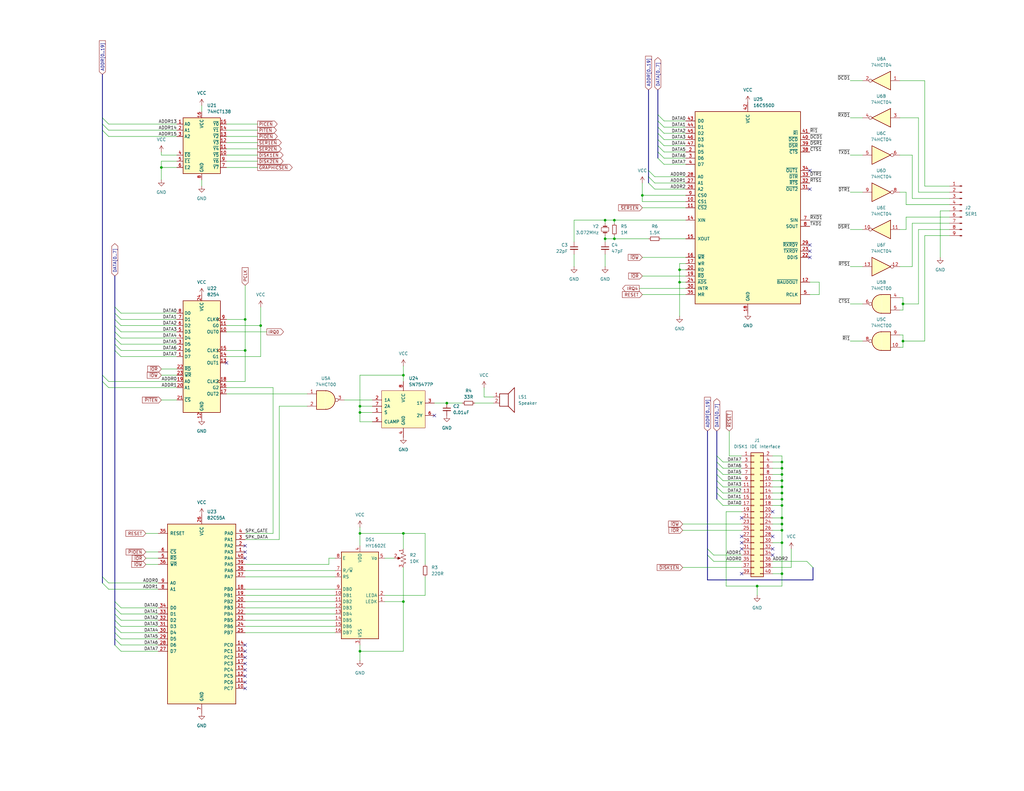
<source format=kicad_sch>
(kicad_sch (version 20231120) (generator "eeschema") (generator_version "8.0")
  (paper "User" 419.1 323.85)
  (title_block (title "8088 Breadboard Computer") (date "2024-11-13") (rev "A") (company "St. Lawrence University") (comment 1 "Author: Kevin Angstadt"))
  (junction (at 320.04 212.09))
  (junction (at 320.04 207.01))
  (junction (at 320.04 201.93))
  (junction (at 320.04 222.25))
  (junction (at 182.88 165.1))
  (junction (at 100.33 130.81))
  (junction (at 320.04 234.95))
  (junction (at 320.04 189.23))
  (junction (at 147.32 218.44))
  (junction (at 165.1 153.67))
  (junction (at 165.1 246.38))
  (junction (at 278.13 115.57))
  (junction (at 66.04 68.58))
  (junction (at 147.32 266.7))
  (junction (at 320.04 214.63))
  (junction (at 247.65 97.79))
  (junction (at 320.04 217.17))
  (junction (at 369.57 124.46))
  (junction (at 309.88 240.03))
  (junction (at 165.1 218.44))
  (junction (at 320.04 191.77))
  (junction (at 147.32 166.37))
  (junction (at 369.57 139.7))
  (junction (at 251.46 97.79))
  (junction (at 320.04 194.31))
  (junction (at 247.65 90.17))
  (junction (at 320.04 196.85))
  (junction (at 320.04 199.39))
  (junction (at 278.13 110.49))
  (junction (at 100.33 143.51))
  (junction (at 262.89 80.01))
  (junction (at 147.32 168.91))
  (junction (at 106.68 133.35))
  (junction (at 251.46 90.17))
  (junction (at 320.04 204.47))
  (no_connect (at 100.33 271.78))
  (no_connect (at 177.8 170.18))
  (no_connect (at 303.53 212.09))
  (no_connect (at 100.33 264.16))
  (no_connect (at 100.33 223.52))
  (no_connect (at 92.71 148.59))
  (no_connect (at 100.33 269.24))
  (no_connect (at 316.23 227.33))
  (no_connect (at 331.47 105.41))
  (no_connect (at 316.23 219.71))
  (no_connect (at 100.33 226.06))
  (no_connect (at 100.33 279.4))
  (no_connect (at 303.53 224.79))
  (no_connect (at 331.47 102.87))
  (no_connect (at 303.53 222.25))
  (no_connect (at 100.33 274.32))
  (no_connect (at 303.53 234.95))
  (no_connect (at 303.53 219.71))
  (no_connect (at 100.33 266.7))
  (no_connect (at 331.47 77.47))
  (no_connect (at 100.33 276.86))
  (no_connect (at 100.33 281.94))
  (no_connect (at 331.47 69.85))
  (no_connect (at 331.47 100.33))
  (no_connect (at 316.23 224.79))
  (no_connect (at 100.33 228.6))
  (no_connect (at 316.23 209.55))
  (bus_entry (at 41.91 50.8) (size 2.54 2.54))
  (bus_entry (at 46.99 128.27) (size 2.54 2.54))
  (bus_entry (at 289.56 224.79) (size 2.54 2.54))
  (bus_entry (at 41.91 153.67) (size 2.54 2.54))
  (bus_entry (at 46.99 264.16) (size 2.54 2.54))
  (bus_entry (at 293.37 201.93) (size 2.54 2.54))
  (bus_entry (at 269.24 52.07) (size 2.54 2.54))
  (bus_entry (at 46.99 130.81) (size 2.54 2.54))
  (bus_entry (at 293.37 204.47) (size 2.54 2.54))
  (bus_entry (at 269.24 54.61) (size 2.54 2.54))
  (bus_entry (at 269.24 46.99) (size 2.54 2.54))
  (bus_entry (at 293.37 199.39) (size 2.54 2.54))
  (bus_entry (at 41.91 53.34) (size 2.54 2.54))
  (bus_entry (at 41.91 238.76) (size 2.54 2.54))
  (bus_entry (at 41.91 48.26) (size 2.54 2.54))
  (bus_entry (at 46.99 254) (size 2.54 2.54))
  (bus_entry (at 269.24 64.77) (size 2.54 2.54))
  (bus_entry (at 293.37 186.69) (size 2.54 2.54))
  (bus_entry (at 46.99 140.97) (size 2.54 2.54))
  (bus_entry (at 46.99 133.35) (size 2.54 2.54))
  (bus_entry (at 269.24 57.15) (size 2.54 2.54))
  (bus_entry (at 293.37 191.77) (size 2.54 2.54))
  (bus_entry (at 41.91 156.21) (size 2.54 2.54))
  (bus_entry (at 46.99 246.38) (size 2.54 2.54))
  (bus_entry (at 293.37 194.31) (size 2.54 2.54))
  (bus_entry (at 46.99 143.51) (size 2.54 2.54))
  (bus_entry (at 265.43 74.93) (size 2.54 2.54))
  (bus_entry (at 46.99 261.62) (size 2.54 2.54))
  (bus_entry (at 46.99 135.89) (size 2.54 2.54))
  (bus_entry (at 46.99 256.54) (size 2.54 2.54))
  (bus_entry (at 46.99 259.08) (size 2.54 2.54))
  (bus_entry (at 46.99 251.46) (size 2.54 2.54))
  (bus_entry (at 330.2 229.87) (size 2.54 2.54))
  (bus_entry (at 269.24 59.69) (size 2.54 2.54))
  (bus_entry (at 265.43 72.39) (size 2.54 2.54))
  (bus_entry (at 46.99 248.92) (size 2.54 2.54))
  (bus_entry (at 293.37 189.23) (size 2.54 2.54))
  (bus_entry (at 46.99 125.73) (size 2.54 2.54))
  (bus_entry (at 289.56 227.33) (size 2.54 2.54))
  (bus_entry (at 41.91 236.22) (size 2.54 2.54))
  (bus_entry (at 265.43 69.85) (size 2.54 2.54))
  (bus_entry (at 293.37 196.85) (size 2.54 2.54))
  (bus_entry (at 46.99 138.43) (size 2.54 2.54))
  (bus_entry (at 269.24 62.23) (size 2.54 2.54))
  (bus_entry (at 269.24 49.53) (size 2.54 2.54))
  (wire (pts (xy 59.69 228.6) (xy 64.77 228.6)))
  (wire (pts (xy 49.53 146.05) (xy 72.39 146.05)))
  (wire (pts (xy 49.53 143.51) (xy 72.39 143.51)))
  (bus (pts (xy 269.24 59.69) (xy 269.24 62.23)))
  (wire (pts (xy 375.92 48.26) (xy 368.3 48.26)))
  (wire (pts (xy 369.57 127) (xy 369.57 124.46)))
  (bus (pts (xy 293.37 199.39) (xy 293.37 201.93)))
  (wire (pts (xy 271.78 67.31) (xy 280.67 67.31)))
  (wire (pts (xy 173.99 243.84) (xy 157.48 243.84)))
  (wire (pts (xy 44.45 55.88) (xy 72.39 55.88)))
  (wire (pts (xy 82.55 73.66) (xy 82.55 76.2)))
  (wire (pts (xy 278.13 107.95) (xy 280.67 107.95)))
  (wire (pts (xy 49.53 266.7) (xy 64.77 266.7)))
  (wire (pts (xy 316.23 204.47) (xy 320.04 204.47)))
  (bus (pts (xy 46.99 143.51) (xy 46.99 246.38)))
  (wire (pts (xy 92.71 55.88) (xy 105.41 55.88)))
  (wire (pts (xy 320.04 214.63) (xy 320.04 212.09)))
  (wire (pts (xy 262.89 82.55) (xy 262.89 80.01)))
  (wire (pts (xy 49.53 251.46) (xy 64.77 251.46)))
  (wire (pts (xy 265.43 97.79) (xy 251.46 97.79)))
  (wire (pts (xy 347.98 109.22) (xy 353.06 109.22)))
  (wire (pts (xy 100.33 236.22) (xy 137.16 236.22)))
  (wire (pts (xy 49.53 256.54) (xy 64.77 256.54)))
  (wire (pts (xy 347.98 63.5) (xy 353.06 63.5)))
  (wire (pts (xy 100.33 248.92) (xy 137.16 248.92)))
  (wire (pts (xy 66.04 63.5) (xy 72.39 63.5)))
  (wire (pts (xy 278.13 115.57) (xy 280.67 115.57)))
  (wire (pts (xy 100.33 233.68) (xy 137.16 233.68)))
  (bus (pts (xy 293.37 176.53) (xy 293.37 186.69)))
  (wire (pts (xy 49.53 135.89) (xy 72.39 135.89)))
  (wire (pts (xy 320.04 201.93) (xy 320.04 204.47)))
  (wire (pts (xy 49.53 259.08) (xy 64.77 259.08)))
  (wire (pts (xy 100.33 251.46) (xy 137.16 251.46)))
  (bus (pts (xy 269.24 57.15) (xy 269.24 59.69)))
  (bus (pts (xy 269.24 62.23) (xy 269.24 64.77)))
  (wire (pts (xy 375.92 93.98) (xy 388.62 93.98)))
  (wire (pts (xy 234.95 99.06) (xy 234.95 90.17)))
  (wire (pts (xy 278.13 110.49) (xy 280.67 110.49)))
  (wire (pts (xy 295.91 196.85) (xy 303.53 196.85)))
  (wire (pts (xy 347.98 78.74) (xy 353.06 78.74)))
  (wire (pts (xy 297.18 209.55) (xy 297.18 240.03)))
  (wire (pts (xy 316.23 196.85) (xy 320.04 196.85)))
  (wire (pts (xy 347.98 124.46) (xy 353.06 124.46)))
  (wire (pts (xy 320.04 234.95) (xy 320.04 240.03)))
  (wire (pts (xy 368.3 63.5) (xy 373.38 63.5)))
  (wire (pts (xy 373.38 63.5) (xy 373.38 81.28)))
  (bus (pts (xy 46.99 113.03) (xy 46.99 125.73)))
  (wire (pts (xy 320.04 189.23) (xy 320.04 191.77)))
  (wire (pts (xy 320.04 194.31) (xy 320.04 196.85)))
  (wire (pts (xy 320.04 191.77) (xy 320.04 194.31)))
  (wire (pts (xy 378.46 139.7) (xy 378.46 96.52)))
  (wire (pts (xy 292.1 229.87) (xy 303.53 229.87)))
  (wire (pts (xy 92.71 60.96) (xy 105.41 60.96)))
  (wire (pts (xy 378.46 33.02) (xy 378.46 76.2)))
  (wire (pts (xy 316.23 201.93) (xy 320.04 201.93)))
  (wire (pts (xy 173.99 236.22) (xy 173.99 243.84)))
  (bus (pts (xy 46.99 135.89) (xy 46.99 138.43)))
  (wire (pts (xy 182.88 165.1) (xy 189.23 165.1)))
  (bus (pts (xy 46.99 246.38) (xy 46.99 248.92)))
  (wire (pts (xy 49.53 261.62) (xy 64.77 261.62)))
  (wire (pts (xy 44.45 158.75) (xy 72.39 158.75)))
  (wire (pts (xy 44.45 50.8) (xy 72.39 50.8)))
  (bus (pts (xy 332.74 232.41) (xy 332.74 237.49)))
  (wire (pts (xy 247.65 104.14) (xy 247.65 109.22)))
  (wire (pts (xy 335.28 120.65) (xy 331.47 120.65)))
  (wire (pts (xy 388.62 91.44) (xy 373.38 91.44)))
  (bus (pts (xy 265.43 72.39) (xy 265.43 74.93)))
  (bus (pts (xy 46.99 130.81) (xy 46.99 133.35)))
  (wire (pts (xy 295.91 194.31) (xy 303.53 194.31)))
  (wire (pts (xy 278.13 129.54) (xy 278.13 115.57)))
  (wire (pts (xy 298.45 186.69) (xy 303.53 186.69)))
  (wire (pts (xy 316.23 234.95) (xy 320.04 234.95)))
  (wire (pts (xy 114.3 166.37) (xy 114.3 220.98)))
  (wire (pts (xy 251.46 97.79) (xy 247.65 97.79)))
  (bus (pts (xy 289.56 227.33) (xy 289.56 237.49)))
  (wire (pts (xy 247.65 97.79) (xy 247.65 96.52)))
  (wire (pts (xy 295.91 189.23) (xy 303.53 189.23)))
  (wire (pts (xy 262.89 74.93) (xy 262.89 80.01)))
  (wire (pts (xy 316.23 207.01) (xy 320.04 207.01)))
  (bus (pts (xy 41.91 48.26) (xy 41.91 50.8)))
  (wire (pts (xy 165.1 153.67) (xy 165.1 156.21)))
  (bus (pts (xy 46.99 125.73) (xy 46.99 128.27)))
  (bus (pts (xy 269.24 36.83) (xy 269.24 46.99)))
  (wire (pts (xy 157.48 228.6) (xy 161.29 228.6)))
  (wire (pts (xy 320.04 222.25) (xy 320.04 234.95)))
  (wire (pts (xy 262.89 113.03) (xy 280.67 113.03)))
  (wire (pts (xy 323.85 232.41) (xy 316.23 232.41)))
  (bus (pts (xy 41.91 50.8) (xy 41.91 53.34)))
  (wire (pts (xy 247.65 90.17) (xy 251.46 90.17)))
  (wire (pts (xy 316.23 217.17) (xy 320.04 217.17)))
  (wire (pts (xy 165.1 224.79) (xy 165.1 218.44)))
  (wire (pts (xy 373.38 91.44) (xy 373.38 109.22)))
  (wire (pts (xy 280.67 82.55) (xy 262.89 82.55)))
  (wire (pts (xy 234.95 90.17) (xy 247.65 90.17)))
  (wire (pts (xy 147.32 153.67) (xy 165.1 153.67)))
  (wire (pts (xy 147.32 266.7) (xy 147.32 264.16)))
  (wire (pts (xy 100.33 259.08) (xy 137.16 259.08)))
  (wire (pts (xy 309.88 240.03) (xy 320.04 240.03)))
  (wire (pts (xy 368.3 142.24) (xy 369.57 142.24)))
  (wire (pts (xy 140.97 163.83) (xy 152.4 163.83)))
  (wire (pts (xy 44.45 241.3) (xy 64.77 241.3)))
  (bus (pts (xy 46.99 254) (xy 46.99 256.54)))
  (bus (pts (xy 265.43 69.85) (xy 265.43 72.39)))
  (wire (pts (xy 303.53 209.55) (xy 297.18 209.55)))
  (wire (pts (xy 59.69 226.06) (xy 64.77 226.06)))
  (wire (pts (xy 378.46 76.2) (xy 388.62 76.2)))
  (wire (pts (xy 375.92 124.46) (xy 369.57 124.46)))
  (wire (pts (xy 262.89 85.09) (xy 280.67 85.09)))
  (wire (pts (xy 278.13 115.57) (xy 278.13 110.49)))
  (wire (pts (xy 369.57 142.24) (xy 369.57 139.7)))
  (wire (pts (xy 147.32 168.91) (xy 147.32 172.72)))
  (bus (pts (xy 41.91 30.48) (xy 41.91 48.26)))
  (wire (pts (xy 92.71 161.29) (xy 125.73 161.29)))
  (wire (pts (xy 114.3 220.98) (xy 100.33 220.98)))
  (wire (pts (xy 66.04 151.13) (xy 72.39 151.13)))
  (bus (pts (xy 46.99 248.92) (xy 46.99 251.46)))
  (wire (pts (xy 368.3 121.92) (xy 369.57 121.92)))
  (wire (pts (xy 59.69 218.44) (xy 64.77 218.44)))
  (wire (pts (xy 279.4 214.63) (xy 303.53 214.63)))
  (bus (pts (xy 46.99 259.08) (xy 46.99 261.62)))
  (wire (pts (xy 316.23 199.39) (xy 320.04 199.39)))
  (wire (pts (xy 100.33 256.54) (xy 137.16 256.54)))
  (wire (pts (xy 295.91 204.47) (xy 303.53 204.47)))
  (wire (pts (xy 279.4 232.41) (xy 303.53 232.41)))
  (wire (pts (xy 388.62 78.74) (xy 375.92 78.74)))
  (wire (pts (xy 347.98 33.02) (xy 353.06 33.02)))
  (bus (pts (xy 46.99 251.46) (xy 46.99 254)))
  (wire (pts (xy 320.04 212.09) (xy 316.23 212.09)))
  (wire (pts (xy 49.53 130.81) (xy 72.39 130.81)))
  (bus (pts (xy 289.56 224.79) (xy 289.56 227.33)))
  (bus (pts (xy 41.91 236.22) (xy 41.91 238.76)))
  (bus (pts (xy 293.37 194.31) (xy 293.37 196.85)))
  (bus (pts (xy 269.24 49.53) (xy 269.24 52.07)))
  (wire (pts (xy 49.53 254) (xy 64.77 254)))
  (wire (pts (xy 373.38 81.28) (xy 388.62 81.28)))
  (wire (pts (xy 106.68 133.35) (xy 92.71 133.35)))
  (wire (pts (xy 320.04 186.69) (xy 320.04 189.23)))
  (wire (pts (xy 92.71 135.89) (xy 109.22 135.89)))
  (wire (pts (xy 251.46 90.17) (xy 251.46 91.44)))
  (wire (pts (xy 335.28 115.57) (xy 335.28 120.65)))
  (wire (pts (xy 279.4 217.17) (xy 303.53 217.17)))
  (bus (pts (xy 41.91 153.67) (xy 41.91 156.21)))
  (wire (pts (xy 271.78 59.69) (xy 280.67 59.69)))
  (wire (pts (xy 267.97 74.93) (xy 280.67 74.93)))
  (wire (pts (xy 111.76 218.44) (xy 111.76 158.75)))
  (wire (pts (xy 106.68 133.35) (xy 106.68 146.05)))
  (bus (pts (xy 41.91 156.21) (xy 41.91 236.22)))
  (bus (pts (xy 289.56 237.49) (xy 332.74 237.49)))
  (wire (pts (xy 370.84 93.98) (xy 368.3 93.98)))
  (wire (pts (xy 320.04 204.47) (xy 320.04 207.01)))
  (bus (pts (xy 293.37 191.77) (xy 293.37 194.31)))
  (wire (pts (xy 92.71 53.34) (xy 105.41 53.34)))
  (wire (pts (xy 347.98 48.26) (xy 353.06 48.26)))
  (bus (pts (xy 293.37 201.93) (xy 293.37 204.47)))
  (wire (pts (xy 375.92 124.46) (xy 375.92 93.98)))
  (wire (pts (xy 111.76 158.75) (xy 92.71 158.75)))
  (wire (pts (xy 316.23 186.69) (xy 320.04 186.69)))
  (wire (pts (xy 92.71 63.5) (xy 105.41 63.5)))
  (wire (pts (xy 92.71 143.51) (xy 100.33 143.51)))
  (wire (pts (xy 316.23 229.87) (xy 330.2 229.87)))
  (wire (pts (xy 295.91 207.01) (xy 303.53 207.01)))
  (wire (pts (xy 92.71 58.42) (xy 105.41 58.42)))
  (wire (pts (xy 100.33 116.84) (xy 100.33 130.81)))
  (wire (pts (xy 165.1 266.7) (xy 147.32 266.7)))
  (wire (pts (xy 194.31 165.1) (xy 201.93 165.1)))
  (wire (pts (xy 92.71 146.05) (xy 106.68 146.05)))
  (bus (pts (xy 269.24 52.07) (xy 269.24 54.61)))
  (wire (pts (xy 234.95 104.14) (xy 234.95 109.22)))
  (wire (pts (xy 165.1 149.86) (xy 165.1 153.67)))
  (wire (pts (xy 316.23 191.77) (xy 320.04 191.77)))
  (wire (pts (xy 152.4 166.37) (xy 147.32 166.37)))
  (wire (pts (xy 251.46 96.52) (xy 251.46 97.79)))
  (wire (pts (xy 375.92 78.74) (xy 375.92 48.26)))
  (bus (pts (xy 46.99 128.27) (xy 46.99 130.81)))
  (wire (pts (xy 320.04 196.85) (xy 320.04 199.39)))
  (bus (pts (xy 293.37 196.85) (xy 293.37 199.39)))
  (wire (pts (xy 147.32 166.37) (xy 147.32 168.91)))
  (wire (pts (xy 147.32 153.67) (xy 147.32 166.37)))
  (wire (pts (xy 198.12 162.56) (xy 198.12 158.75)))
  (wire (pts (xy 271.78 64.77) (xy 280.67 64.77)))
  (bus (pts (xy 265.43 36.83) (xy 265.43 69.85)))
  (wire (pts (xy 316.23 214.63) (xy 320.04 214.63)))
  (wire (pts (xy 100.33 143.51) (xy 100.33 130.81)))
  (wire (pts (xy 44.45 53.34) (xy 72.39 53.34)))
  (wire (pts (xy 59.69 231.14) (xy 64.77 231.14)))
  (bus (pts (xy 269.24 46.99) (xy 269.24 49.53)))
  (wire (pts (xy 66.04 153.67) (xy 72.39 153.67)))
  (wire (pts (xy 134.62 228.6) (xy 134.62 231.14)))
  (wire (pts (xy 137.16 228.6) (xy 134.62 228.6)))
  (wire (pts (xy 369.57 121.92) (xy 369.57 124.46)))
  (wire (pts (xy 297.18 240.03) (xy 309.88 240.03)))
  (wire (pts (xy 49.53 140.97) (xy 72.39 140.97)))
  (wire (pts (xy 320.04 217.17) (xy 320.04 214.63)))
  (wire (pts (xy 49.53 133.35) (xy 72.39 133.35)))
  (wire (pts (xy 271.78 57.15) (xy 280.67 57.15)))
  (wire (pts (xy 384.81 86.36) (xy 384.81 105.41)))
  (wire (pts (xy 368.3 137.16) (xy 369.57 137.16)))
  (wire (pts (xy 292.1 227.33) (xy 303.53 227.33)))
  (wire (pts (xy 165.1 246.38) (xy 165.1 266.7)))
  (wire (pts (xy 49.53 248.92) (xy 64.77 248.92)))
  (wire (pts (xy 49.53 264.16) (xy 64.77 264.16)))
  (wire (pts (xy 152.4 172.72) (xy 147.32 172.72)))
  (wire (pts (xy 100.33 241.3) (xy 137.16 241.3)))
  (wire (pts (xy 49.53 138.43) (xy 72.39 138.43)))
  (wire (pts (xy 368.3 33.02) (xy 378.46 33.02)))
  (wire (pts (xy 298.45 176.53) (xy 298.45 186.69)))
  (bus (pts (xy 46.99 140.97) (xy 46.99 143.51)))
  (wire (pts (xy 347.98 93.98) (xy 353.06 93.98)))
  (wire (pts (xy 316.23 189.23) (xy 320.04 189.23)))
  (wire (pts (xy 173.99 218.44) (xy 173.99 231.14)))
  (wire (pts (xy 66.04 163.83) (xy 72.39 163.83)))
  (wire (pts (xy 100.33 130.81) (xy 92.71 130.81)))
  (wire (pts (xy 323.85 224.79) (xy 323.85 232.41)))
  (wire (pts (xy 106.68 125.73) (xy 106.68 133.35)))
  (bus (pts (xy 289.56 176.53) (xy 289.56 224.79)))
  (wire (pts (xy 262.89 105.41) (xy 280.67 105.41)))
  (wire (pts (xy 262.89 80.01) (xy 280.67 80.01)))
  (wire (pts (xy 114.3 166.37) (xy 125.73 166.37)))
  (wire (pts (xy 368.3 109.22) (xy 373.38 109.22)))
  (wire (pts (xy 278.13 110.49) (xy 278.13 107.95)))
  (bus (pts (xy 46.99 261.62) (xy 46.99 264.16)))
  (wire (pts (xy 66.04 66.04) (xy 72.39 66.04)))
  (wire (pts (xy 280.67 90.17) (xy 251.46 90.17)))
  (wire (pts (xy 157.48 246.38) (xy 165.1 246.38)))
  (wire (pts (xy 370.84 88.9) (xy 370.84 93.98)))
  (wire (pts (xy 177.8 165.1) (xy 182.88 165.1)))
  (wire (pts (xy 261.62 118.11) (xy 280.67 118.11)))
  (wire (pts (xy 267.97 77.47) (xy 280.67 77.47)))
  (wire (pts (xy 378.46 96.52) (xy 388.62 96.52)))
  (wire (pts (xy 271.78 54.61) (xy 280.67 54.61)))
  (wire (pts (xy 201.93 162.56) (xy 198.12 162.56)))
  (bus (pts (xy 46.99 133.35) (xy 46.99 135.89)))
  (wire (pts (xy 66.04 63.5) (xy 66.04 62.23)))
  (bus (pts (xy 46.99 256.54) (xy 46.99 259.08)))
  (wire (pts (xy 347.98 139.7) (xy 353.06 139.7)))
  (wire (pts (xy 262.89 120.65) (xy 280.67 120.65)))
  (wire (pts (xy 320.04 199.39) (xy 320.04 201.93)))
  (wire (pts (xy 368.3 78.74) (xy 370.84 78.74)))
  (wire (pts (xy 92.71 68.58) (xy 105.41 68.58)))
  (wire (pts (xy 247.65 91.44) (xy 247.65 90.17)))
  (wire (pts (xy 271.78 52.07) (xy 280.67 52.07)))
  (wire (pts (xy 44.45 238.76) (xy 64.77 238.76)))
  (wire (pts (xy 270.51 97.79) (xy 280.67 97.79)))
  (wire (pts (xy 295.91 191.77) (xy 303.53 191.77)))
  (wire (pts (xy 134.62 231.14) (xy 100.33 231.14)))
  (wire (pts (xy 320.04 207.01) (xy 320.04 212.09)))
  (wire (pts (xy 267.97 72.39) (xy 280.67 72.39)))
  (wire (pts (xy 378.46 139.7) (xy 369.57 139.7)))
  (wire (pts (xy 271.78 49.53) (xy 280.67 49.53)))
  (wire (pts (xy 100.33 246.38) (xy 137.16 246.38)))
  (wire (pts (xy 100.33 254) (xy 137.16 254)))
  (wire (pts (xy 147.32 215.9) (xy 147.32 218.44)))
  (wire (pts (xy 331.47 115.57) (xy 335.28 115.57)))
  (wire (pts (xy 100.33 218.44) (xy 111.76 218.44)))
  (wire (pts (xy 82.55 45.72) (xy 82.55 43.18)))
  (bus (pts (xy 293.37 186.69) (xy 293.37 189.23)))
  (wire (pts (xy 147.32 270.51) (xy 147.32 266.7)))
  (wire (pts (xy 295.91 201.93) (xy 303.53 201.93)))
  (wire (pts (xy 173.99 218.44) (xy 165.1 218.44)))
  (bus (pts (xy 293.37 189.23) (xy 293.37 191.77)))
  (wire (pts (xy 271.78 62.23) (xy 280.67 62.23)))
  (bus (pts (xy 46.99 138.43) (xy 46.99 140.97)))
  (wire (pts (xy 100.33 156.21) (xy 100.33 143.51)))
  (wire (pts (xy 165.1 218.44) (xy 147.32 218.44)))
  (wire (pts (xy 100.33 243.84) (xy 137.16 243.84)))
  (wire (pts (xy 49.53 128.27) (xy 72.39 128.27)))
  (wire (pts (xy 370.84 83.82) (xy 388.62 83.82)))
  (bus (pts (xy 269.24 54.61) (xy 269.24 57.15)))
  (wire (pts (xy 247.65 97.79) (xy 247.65 99.06)))
  (wire (pts (xy 92.71 66.04) (xy 105.41 66.04)))
  (wire (pts (xy 384.81 86.36) (xy 388.62 86.36)))
  (wire (pts (xy 147.32 218.44) (xy 147.32 223.52)))
  (wire (pts (xy 92.71 156.21) (xy 100.33 156.21)))
  (wire (pts (xy 92.71 50.8) (xy 105.41 50.8)))
  (wire (pts (xy 66.04 68.58) (xy 66.04 66.04)))
  (wire (pts (xy 388.62 88.9) (xy 370.84 88.9)))
  (bus (pts (xy 41.91 53.34) (xy 41.91 153.67)))
  (wire (pts (xy 316.23 194.31) (xy 320.04 194.31)))
  (wire (pts (xy 147.32 168.91) (xy 152.4 168.91)))
  (wire (pts (xy 309.88 240.03) (xy 309.88 243.84)))
  (wire (pts (xy 368.3 127) (xy 369.57 127)))
  (wire (pts (xy 320.04 217.17) (xy 320.04 222.25)))
  (wire (pts (xy 66.04 73.66) (xy 66.04 68.58)))
  (wire (pts (xy 320.04 222.25) (xy 316.23 222.25)))
  (wire (pts (xy 369.57 137.16) (xy 369.57 139.7)))
  (wire (pts (xy 295.91 199.39) (xy 303.53 199.39)))
  (wire (pts (xy 370.84 78.74) (xy 370.84 83.82)))
  (wire (pts (xy 66.04 68.58) (xy 72.39 68.58)))
  (wire (pts (xy 44.45 156.21) (xy 72.39 156.21)))
  (wire (pts (xy 165.1 232.41) (xy 165.1 246.38)))
  (label "SPK_DATA" (at 100.33 220.98 0))
  (label "~{DTR1}" (at 331.47 72.39 0))
  (label "ADDR0" (at 280.67 72.39 180))
  (label "DATA0" (at 280.67 49.53 180))
  (label "ADDR14" (at 72.39 53.34 180))
  (label "~{CTS1}" (at 331.47 62.23 0))
  (label "~{DCD1}" (at 347.98 33.02 180))
  (label "DATA5" (at 72.39 140.97 180))
  (label "DATA3" (at 280.67 57.15 180))
  (label "ADDR2" (at 316.23 229.87 0))
  (label "ADDR1" (at 280.67 74.93 180))
  (label "~{RI1}" (at 331.47 54.61 0))
  (label "ADDR13" (at 72.39 50.8 180))
  (label "ADDR0" (at 64.77 238.76 180))
  (label "~{DSR1}" (at 331.47 59.69 0))
  (label "~{TXD1}" (at 347.98 63.5 180))
  (label "DATA5" (at 303.53 194.31 180))
  (label "ADDR1" (at 303.53 227.33 180))
  (label "DATA3" (at 303.53 199.39 180))
  (label "~{DCD1}" (at 331.47 57.15 0))
  (label "~{TXD1}" (at 331.47 92.71 0))
  (label "DATA7" (at 72.39 146.05 180))
  (label "DATA1" (at 280.67 52.07 180))
  (label "DATA7" (at 64.77 266.7 180))
  (label "DATA3" (at 72.39 135.89 180))
  (label "ADDR1" (at 72.39 158.75 180))
  (label "DATA3" (at 64.77 256.54 180))
  (label "DATA1" (at 303.53 204.47 180))
  (label "~{CTS1}" (at 347.98 124.46 180))
  (label "ADDR1" (at 64.77 241.3 180))
  (label "DATA6" (at 64.77 264.16 180))
  (label "DATA4" (at 303.53 196.85 180))
  (label "DATA1" (at 64.77 251.46 180))
  (label "DATA2" (at 280.67 54.61 180))
  (label "DATA5" (at 64.77 261.62 180))
  (label "DATA4" (at 280.67 59.69 180))
  (label "DATA6" (at 72.39 143.51 180))
  (label "ADDR0" (at 72.39 156.21 180))
  (label "DATA4" (at 72.39 138.43 180))
  (label "DATA2" (at 72.39 133.35 180))
  (label "DATA7" (at 303.53 189.23 180))
  (label "~{DSR1}" (at 347.98 93.98 180))
  (label "DATA4" (at 64.77 259.08 180))
  (label "DATA6" (at 280.67 64.77 180))
  (label "~{RTS1}" (at 347.98 109.22 180))
  (label "DATA0" (at 303.53 207.01 180))
  (label "ADDR2" (at 280.67 77.47 180))
  (label "ADDR15" (at 72.39 55.88 180))
  (label "ADDR0" (at 303.53 229.87 180))
  (label "DATA7" (at 280.67 67.31 180))
  (label "DATA0" (at 64.77 248.92 180))
  (label "DATA5" (at 280.67 62.23 180))
  (label "~{RI1}" (at 347.98 139.7 180))
  (label "~{DTR1}" (at 347.98 78.74 180))
  (label "DATA2" (at 64.77 254 180))
  (label "~{RTS1}" (at 331.47 74.93 0))
  (label "DATA2" (at 303.53 201.93 180))
  (label "DATA0" (at 72.39 128.27 180))
  (label "~{RXD1}" (at 331.47 90.17 0))
  (label "~{RXD1}" (at 347.98 48.26 180))
  (label "DATA6" (at 303.53 191.77 180))
  (label "DATA1" (at 72.39 130.81 180))
  (label "SPK_GATE" (at 100.33 218.44 0))
  (global_label "~{PIOEN}" (shape output) (at 105.41 55.88 0) (property "Intersheetrefs" "${INTERSHEET_REFS}" (effects (hide yes))))
  (global_label "ADDR[0..19]" (shape input) (at 289.56 176.53 90) (property "Intersheetrefs" "${INTERSHEET_REFS}" (effects (hide yes))))
  (global_label "~{IOW}" (shape input) (at 66.04 153.67 180) (property "Intersheetrefs" "${INTERSHEET_REFS}" (effects (hide yes))))
  (global_label "~{GRAPHICSEN}" (shape output) (at 105.41 68.58 0) (property "Intersheetrefs" "${INTERSHEET_REFS}" (effects (hide yes))))
  (global_label "~{IOW}" (shape input) (at 262.89 105.41 180) (property "Intersheetrefs" "${INTERSHEET_REFS}" (effects (hide yes))))
  (global_label "~{IOW}" (shape input) (at 279.4 214.63 180) (property "Intersheetrefs" "${INTERSHEET_REFS}" (effects (hide yes))))
  (global_label "~{SER2EN}" (shape output) (at 105.41 60.96 0) (property "Intersheetrefs" "${INTERSHEET_REFS}" (effects (hide yes))))
  (global_label "~{PICEN}" (shape output) (at 105.41 50.8 0) (property "Intersheetrefs" "${INTERSHEET_REFS}" (effects (hide yes))))
  (global_label "ADDR[0..19]" (shape input) (at 41.91 30.48 90) (property "Intersheetrefs" "${INTERSHEET_REFS}" (effects (hide yes))))
  (global_label "~{PITEN}" (shape output) (at 105.41 53.34 0) (property "Intersheetrefs" "${INTERSHEET_REFS}" (effects (hide yes))))
  (global_label "IRQ0" (shape output) (at 109.22 135.89 0) (property "Intersheetrefs" "${INTERSHEET_REFS}" (effects (hide yes))))
  (global_label "~{DISK2EN}" (shape output) (at 105.41 66.04 0) (property "Intersheetrefs" "${INTERSHEET_REFS}" (effects (hide yes))))
  (global_label "~{IOW}" (shape input) (at 59.69 231.14 180) (property "Intersheetrefs" "${INTERSHEET_REFS}" (effects (hide yes))))
  (global_label "RESET" (shape input) (at 59.69 218.44 180) (property "Intersheetrefs" "${INTERSHEET_REFS}" (effects (hide yes))))
  (global_label "~{SER1EN}" (shape input) (at 262.89 85.09 180) (property "Intersheetrefs" "${INTERSHEET_REFS}" (effects (hide yes))))
  (global_label "~{RESET}" (shape input) (at 298.45 176.53 90) (property "Intersheetrefs" "${INTERSHEET_REFS}" (effects (hide yes))))
  (global_label "DATA[0..7]" (shape bidirectional) (at 293.37 176.53 90) (property "Intersheetrefs" "${INTERSHEET_REFS}" (effects (hide yes))))
  (global_label "~{IOR}" (shape input) (at 262.89 113.03 180) (property "Intersheetrefs" "${INTERSHEET_REFS}" (effects (hide yes))))
  (global_label "DATA[0..7]" (shape bidirectional) (at 269.24 36.83 90) (property "Intersheetrefs" "${INTERSHEET_REFS}" (effects (hide yes))))
  (global_label "~{IOR}" (shape input) (at 279.4 217.17 180) (property "Intersheetrefs" "${INTERSHEET_REFS}" (effects (hide yes))))
  (global_label "PCLK" (shape input) (at 100.33 116.84 90) (property "Intersheetrefs" "${INTERSHEET_REFS}" (effects (hide yes))))
  (global_label "DATA[0..7]" (shape bidirectional) (at 46.99 113.03 90) (property "Intersheetrefs" "${INTERSHEET_REFS}" (effects (hide yes))))
  (global_label "~{PITEN}" (shape input) (at 66.04 163.83 180) (property "Intersheetrefs" "${INTERSHEET_REFS}" (effects (hide yes))))
  (global_label "~{PIOEN}" (shape input) (at 59.69 226.06 180) (property "Intersheetrefs" "${INTERSHEET_REFS}" (effects (hide yes))))
  (global_label "~{DISK1EN}" (shape output) (at 105.41 63.5 0) (property "Intersheetrefs" "${INTERSHEET_REFS}" (effects (hide yes))))
  (global_label "~{IOR}" (shape input) (at 59.69 228.6 180) (property "Intersheetrefs" "${INTERSHEET_REFS}" (effects (hide yes))))
  (global_label "ADDR[0..19]" (shape input) (at 265.43 36.83 90) (property "Intersheetrefs" "${INTERSHEET_REFS}" (effects (hide yes))))
  (global_label "~{IOR}" (shape input) (at 66.04 151.13 180) (property "Intersheetrefs" "${INTERSHEET_REFS}" (effects (hide yes))))
  (global_label "~{DISK1EN}" (shape input) (at 279.4 232.41 180) (property "Intersheetrefs" "${INTERSHEET_REFS}" (effects (hide yes))))
  (global_label "IRQ4" (shape output) (at 261.62 118.11 180) (property "Intersheetrefs" "${INTERSHEET_REFS}" (effects (hide yes))))
  (global_label "RESET" (shape input) (at 262.89 120.65 180) (property "Intersheetrefs" "${INTERSHEET_REFS}" (effects (hide yes))))
  (global_label "~{SER1EN}" (shape output) (at 105.41 58.42 0) (property "Intersheetrefs" "${INTERSHEET_REFS}" (effects (hide yes))))
  (symbol (lib_id "8088_Library:16C550D") (at 306.07 85.09 0) (unit 1)
    (property "Reference" "U25" (at 308.2641 40.64 0) (effects (justify left)))
    (property "Value" "16C550D" (at 308.2641 43.18 0) (effects (justify left)))
    (property "Footprint" "Package_DIP:DIP-48_W15.24mm_LongPads" (effects (hide yes)))
    (property "Datasheet" "http://www.ti.com/lit/ds/symlink/pc16550d.pdf" (effects (hide yes)))
    (property "Description" "PC16550D, Universal Asynchronous Receiver/Transmitter with FIFOs, PDIP-40" (effects (hide yes)))
  )
  (symbol (lib_id "power:VCC") (at 82.55 120.65 0) (unit 1)
    (property "Reference" "#PWR053" (effects (hide yes)))
    (property "Value" "VCC" (at 82.55 115.57 0))
    (property "Description" "Power symbol creates a global label with name \"VCC\"" (effects (hide yes)))
  )
  (symbol (lib_id "Display_Character:HY1602E") (at 147.32 243.84 0) (unit 1)
    (property "Reference" "DS1" (at 149.5141 220.98 0) (effects (justify left)))
    (property "Value" "HY1602E" (at 149.5141 223.52 0) (effects (justify left)))
    (property "Footprint" "Display:HY1602E" (effects (hide yes)))
    (property "Datasheet" "http://www.icbank.com/data/ICBShop/board/HY1602E.pdf" (effects (hide yes)))
    (property "Description" "LCD 16x2 Alphanumeric 16pin Blue/Yellow/Green Backlight, 8bit parallel, 5V VDD" (effects (hide yes)))
  )
  (symbol (lib_id "Device:R_Potentiometer_US") (at 165.1 228.6 0) (mirror y) (unit 1)
    (property "Reference" "R2" (at 167.64 227.3299 0) (effects (justify right)))
    (property "Value" "10K" (at 167.64 229.8699 0) (effects (justify right)))
    (property "Description" "Potentiometer, US symbol" (effects (hide yes)))
  )
  (symbol (lib_id "Connector_Generic:Conn_02x20_Odd_Even") (at 308.61 209.55 0) (unit 1)
    (property "Reference" "J1" (at 309.88 180.34 0))
    (property "Value" "DISK1 IDE Interface" (at 309.88 182.88 0))
    (property "Description" "Generic connector, double row, 02x20, odd/even pin numbering scheme (row 1 odd numbers, row 2 even numbers), script generated (kicad-library-utils/schlib/autogen/connector/)" (effects (hide yes)))
  )
  (symbol (lib_id "power:GND") (at 165.1 179.07 0) (unit 1)
    (property "Reference" "#PWR061" (effects (hide yes)))
    (property "Value" "GND" (at 165.1 184.15 0))
    (property "Description" "Power symbol creates a global label with name \"GND\" , ground" (effects (hide yes)))
  )
  (symbol (lib_id "Device:Crystal_Small") (at 247.65 93.98 90) (unit 1)
    (property "Reference" "Y2" (at 245.11 92.7099 90) (effects (justify left)))
    (property "Value" "3.072MHz" (at 245.11 95.2499 90) (effects (justify left)))
    (property "Description" "Two pin crystal, small symbol" (effects (hide yes)))
  )
  (symbol (lib_id "power:VCC") (at 306.07 41.91 0) (unit 1)
    (property "Reference" "#PWR068" (effects (hide yes)))
    (property "Value" "VCC" (at 306.07 36.83 0))
    (property "Description" "Power symbol creates a global label with name \"VCC\"" (effects (hide yes)))
  )
  (symbol (lib_id "power:VCC") (at 262.89 74.93 0) (unit 1)
    (property "Reference" "#PWR066" (effects (hide yes)))
    (property "Value" "VCC" (at 262.89 69.85 0))
    (property "Description" "Power symbol creates a global label with name \"VCC\"" (effects (hide yes)))
  )
  (symbol (lib_id "power:VCC") (at 198.12 158.75 0) (unit 1)
    (property "Reference" "#PWR063" (effects (hide yes)))
    (property "Value" "VCC" (at 198.12 153.67 0))
    (property "Description" "Power symbol creates a global label with name \"VCC\"" (effects (hide yes)))
  )
  (symbol (lib_id "power:GND") (at 309.88 243.84 0) (unit 1)
    (property "Reference" "#PWR070" (effects (hide yes)))
    (property "Value" "GND" (at 309.88 248.92 0))
    (property "Description" "Power symbol creates a global label with name \"GND\" , ground" (effects (hide yes)))
  )
  (symbol (lib_id "power:VCC") (at 165.1 149.86 0) (unit 1)
    (property "Reference" "#PWR060" (effects (hide yes)))
    (property "Value" "VCC" (at 165.1 144.78 0))
    (property "Description" "Power symbol creates a global label with name \"VCC\"" (effects (hide yes)))
  )
  (symbol (lib_id "power:GND") (at 147.32 270.51 0) (unit 1)
    (property "Reference" "#PWR059" (effects (hide yes)))
    (property "Value" "GND" (at 147.32 275.59 0))
    (property "Description" "Power symbol creates a global label with name \"GND\" , ground" (effects (hide yes)))
  )
  (symbol (lib_id "Interface:82C55A") (at 82.55 251.46 0) (unit 1)
    (property "Reference" "U23" (at 84.7441 209.55 0) (effects (justify left)))
    (property "Value" "82C55A" (at 84.7441 212.09 0) (effects (justify left)))
    (property "Footprint" "Package_DIP:DIP-40_W15.24mm" (effects (hide yes)))
    (property "Datasheet" "http://jap.hu/electronic/8255.pdf" (effects (hide yes)))
    (property "Description" "CHMOS Programmable Peripheral Interface, PDIP-40" (effects (hide yes)))
  )
  (symbol (lib_id "power:VCC") (at 147.32 215.9 0) (unit 1)
    (property "Reference" "#PWR058" (effects (hide yes)))
    (property "Value" "VCC" (at 147.32 210.82 0))
    (property "Description" "Power symbol creates a global label with name \"VCC\"" (effects (hide yes)))
  )
  (symbol (lib_id "8088_Library:SN75477P") (at 165.1 167.64 0) (unit 1)
    (property "Reference" "U24" (at 167.2941 154.94 0) (effects (justify left)))
    (property "Value" "SN75477P" (at 167.2941 157.48 0) (effects (justify left)))
    (property "Footprint" "Package_DIP:DIP-8_W7.62mm_LongPads" (effects (hide yes)))
  )
  (symbol (lib_id "power:GND") (at 247.65 109.22 0) (unit 1)
    (property "Reference" "#PWR065" (effects (hide yes)))
    (property "Value" "GND" (at 247.65 114.3 0))
    (property "Description" "Power symbol creates a global label with name \"GND\" , ground" (effects (hide yes)))
  )
  (symbol (lib_id "power:VCC") (at 82.55 43.18 0) (unit 1)
    (property "Reference" "#PWR051" (effects (hide yes)))
    (property "Value" "VCC" (at 82.55 38.1 0))
    (property "Description" "Power symbol creates a global label with name \"VCC\"" (effects (hide yes)))
  )
  (symbol (lib_id "power:GND") (at 278.13 129.54 0) (unit 1)
    (property "Reference" "#PWR067" (effects (hide yes)))
    (property "Value" "GND" (at 278.13 134.62 0))
    (property "Description" "Power symbol creates a global label with name \"GND\" , ground" (effects (hide yes)))
  )
  (symbol (lib_id "Device:R_Small") (at 173.99 233.68 0) (unit 1)
    (property "Reference" "R3" (at 176.53 232.4099 0) (effects (justify left)))
    (property "Value" "220R" (at 176.53 234.9499 0) (effects (justify left)))
    (property "Description" "Resistor, small symbol" (effects (hide yes)))
  )
  (symbol (lib_id "power:GND") (at 82.55 76.2 0) (unit 1)
    (property "Reference" "#PWR052" (effects (hide yes)))
    (property "Value" "GND" (at 82.55 81.28 0))
    (property "Description" "Power symbol creates a global label with name \"GND\" , ground" (effects (hide yes)))
  )
  (symbol (lib_id "Connector:Conn_01x09_Pin") (at 393.7 86.36 0) (mirror y) (unit 1)
    (property "Reference" "J2" (at 394.97 85.0899 0) (effects (justify right)))
    (property "Value" "SER1" (at 394.97 87.63 0) (effects (justify right)))
    (property "Description" "Generic connector, single row, 01x09, script generated" (effects (hide yes)))
  )
  (symbol (lib_id "power:GND") (at 182.88 170.18 0) (unit 1)
    (property "Reference" "#PWR062" (effects (hide yes)))
    (property "Value" "GND" (at 182.88 175.26 0))
    (property "Description" "Power symbol creates a global label with name \"GND\" , ground" (effects (hide yes)))
  )
  (symbol (lib_id "74xx:74HCT04") (at 360.68 48.26 0) (mirror y) (unit 2)
    (property "Reference" "U6" (at 360.68 39.37 0))
    (property "Value" "74HCT04" (at 360.68 41.91 0))
    (property "Datasheet" "https://assets.nexperia.com/documents/data-sheet/74HC_HCT04.pdf" (effects (hide yes)))
    (property "Description" "Hex Inverter" (effects (hide yes)))
  )
  (symbol (lib_id "74xx:74HCT138") (at 82.55 60.96 0) (unit 1)
    (property "Reference" "U21" (at 84.7441 43.18 0) (effects (justify left)))
    (property "Value" "74HCT138" (at 84.7441 45.72 0) (effects (justify left)))
    (property "Datasheet" "http://www.ti.com/lit/ds/symlink/cd74hc238.pdf" (effects (hide yes)))
    (property "Description" "3-to-8 line decoder/multiplexer inverting, DIP-16/SOIC-16/SSOP-16" (effects (hide yes)))
  )
  (symbol (lib_id "74xx:74HCT00") (at 360.68 124.46 0) (mirror y) (unit 2)
    (property "Reference" "U5" (at 360.6883 115.57 0))
    (property "Value" "74HCT00" (at 360.6883 118.11 0))
    (property "Datasheet" "http://www.ti.com/lit/gpn/sn74hct00" (effects (hide yes)))
    (property "Description" "quad 2-input NAND gate" (effects (hide yes)))
  )
  (symbol (lib_id "power:VCC") (at 106.68 125.73 0) (unit 1)
    (property "Reference" "#PWR057" (effects (hide yes)))
    (property "Value" "VCC" (at 106.68 120.65 0))
    (property "Description" "Power symbol creates a global label with name \"VCC\"" (effects (hide yes)))
  )
  (symbol (lib_id "74xx:74HCT04") (at 360.68 63.5 0) (unit 3)
    (property "Reference" "U6" (at 360.68 54.61 0))
    (property "Value" "74HCT04" (at 360.68 57.15 0))
    (property "Datasheet" "https://assets.nexperia.com/documents/data-sheet/74HC_HCT04.pdf" (effects (hide yes)))
    (property "Description" "Hex Inverter" (effects (hide yes)))
  )
  (symbol (lib_id "power:VCC") (at 66.04 62.23 0) (unit 1)
    (property "Reference" "#PWR049" (effects (hide yes)))
    (property "Value" "VCC" (at 66.04 57.15 0))
    (property "Description" "Power symbol creates a global label with name \"VCC\"" (effects (hide yes)))
  )
  (symbol (lib_id "74xx:74HCT04") (at 360.68 33.02 0) (mirror y) (unit 1)
    (property "Reference" "U6" (at 360.68 24.13 0))
    (property "Value" "74HCT04" (at 360.68 26.67 0))
    (property "Datasheet" "https://assets.nexperia.com/documents/data-sheet/74HC_HCT04.pdf" (effects (hide yes)))
    (property "Description" "Hex Inverter" (effects (hide yes)))
  )
  (symbol (lib_id "power:GND") (at 306.07 128.27 0) (unit 1)
    (property "Reference" "#PWR069" (effects (hide yes)))
    (property "Value" "GND" (at 306.07 133.35 0))
    (property "Description" "Power symbol creates a global label with name \"GND\" , ground" (effects (hide yes)))
  )
  (symbol (lib_id "power:GND") (at 66.04 73.66 0) (unit 1)
    (property "Reference" "#PWR050" (effects (hide yes)))
    (property "Value" "GND" (at 66.04 78.74 0))
    (property "Description" "Power symbol creates a global label with name \"GND\" , ground" (effects (hide yes)))
  )
  (symbol (lib_id "power:GND") (at 82.55 292.1 0) (unit 1)
    (property "Reference" "#PWR056" (effects (hide yes)))
    (property "Value" "GND" (at 82.55 297.18 0))
    (property "Description" "Power symbol creates a global label with name \"GND\" , ground" (effects (hide yes)))
  )
  (symbol (lib_id "power:GND") (at 234.95 109.22 0) (unit 1)
    (property "Reference" "#PWR064" (effects (hide yes)))
    (property "Value" "GND" (at 234.95 114.3 0))
    (property "Description" "Power symbol creates a global label with name \"GND\" , ground" (effects (hide yes)))
  )
  (symbol (lib_id "74xx:74HCT04") (at 360.68 78.74 0) (unit 4)
    (property "Reference" "U6" (at 360.68 69.85 0))
    (property "Value" "74HCT04" (at 360.68 72.39 0))
    (property "Datasheet" "https://assets.nexperia.com/documents/data-sheet/74HC_HCT04.pdf" (effects (hide yes)))
    (property "Description" "Hex Inverter" (effects (hide yes)))
  )
  (symbol (lib_id "Device:C_Small") (at 234.95 101.6 0) (mirror y) (unit 1)
    (property "Reference" "C3" (at 232.41 100.3362 0) (effects (justify left)))
    (property "Value" "22pF" (at 232.41 102.8762 0) (effects (justify left)))
    (property "Description" "Unpolarized capacitor, small symbol" (effects (hide yes)))
  )
  (symbol (lib_id "power:VCC") (at 323.85 224.79 0) (unit 1)
    (property "Reference" "#PWR071" (effects (hide yes)))
    (property "Value" "VCC" (at 323.85 219.71 0))
    (property "Description" "Power symbol creates a global label with name \"VCC\"" (effects (hide yes)))
  )
  (symbol (lib_id "power:GND") (at 82.55 171.45 0) (unit 1)
    (property "Reference" "#PWR054" (effects (hide yes)))
    (property "Value" "GND" (at 82.55 176.53 0))
    (property "Description" "Power symbol creates a global label with name \"GND\" , ground" (effects (hide yes)))
  )
  (symbol (lib_id "8088_Library:82C54") (at 82.55 146.05 0) (unit 1)
    (property "Reference" "U22" (at 84.7441 118.11 0) (effects (justify left)))
    (property "Value" "8254" (at 84.7441 120.65 0) (effects (justify left)))
    (property "Footprint" "Package_DIP:DIP-24_W15.24mm" (effects (hide yes)))
    (property "Datasheet" "http://www.scs.stanford.edu/10wi-cs140/pintos/specs/8254.pdf" (effects (hide yes)))
    (property "Description" "Programmable Interval Timer, PDIP-24" (effects (hide yes)))
  )
  (symbol (lib_id "Device:Speaker") (at 207.01 162.56 0) (unit 1)
    (property "Reference" "LS1" (at 212.09 162.5599 0) (effects (justify left)))
    (property "Value" "Speaker" (at 212.09 165.0999 0) (effects (justify left)))
    (property "Description" "Speaker" (effects (hide yes)))
  )
  (symbol (lib_id "Device:R_Small") (at 251.46 93.98 0) (mirror y) (unit 1)
    (property "Reference" "R5" (at 254 92.7099 0) (effects (justify right)))
    (property "Value" "1M" (at 254 95.2499 0) (effects (justify right)))
    (property "Description" "Resistor, small symbol" (effects (hide yes)))
  )
  (symbol (lib_id "74xx:74HCT04") (at 360.68 93.98 0) (mirror y) (unit 5)
    (property "Reference" "U6" (at 360.68 85.09 0))
    (property "Value" "74HCT04" (at 360.68 87.63 0))
    (property "Datasheet" "https://assets.nexperia.com/documents/data-sheet/74HC_HCT04.pdf" (effects (hide yes)))
    (property "Description" "Hex Inverter" (effects (hide yes)))
  )
  (symbol (lib_id "Device:C_Small") (at 182.88 167.64 0) (unit 1)
    (property "Reference" "C2" (at 185.42 166.3762 0) (effects (justify left)))
    (property "Value" "0.01uF" (at 185.42 168.9162 0) (effects (justify left)))
    (property "Description" "Unpolarized capacitor, small symbol" (effects (hide yes)))
  )
  (symbol (lib_id "74xx:74HCT00") (at 133.35 163.83 0) (unit 1)
    (property "Reference" "U5" (at 133.3417 154.94 0))
    (property "Value" "74HCT00" (at 133.3417 157.48 0))
    (property "Datasheet" "http://www.ti.com/lit/gpn/sn74hct00" (effects (hide yes)))
    (property "Description" "quad 2-input NAND gate" (effects (hide yes)))
  )
  (symbol (lib_id "Device:R_Small") (at 191.77 165.1 90) (unit 1)
    (property "Reference" "R4" (at 191.77 160.02 90))
    (property "Value" "33R" (at 191.77 162.56 90))
    (property "Description" "Resistor, small symbol" (effects (hide yes)))
  )
  (symbol (lib_id "74xx:74HCT00") (at 360.68 139.7 0) (mirror y) (unit 3)
    (property "Reference" "U5" (at 360.6883 130.81 0))
    (property "Value" "74HCT00" (at 360.6883 133.35 0))
    (property "Datasheet" "http://www.ti.com/lit/gpn/sn74hct00" (effects (hide yes)))
    (property "Description" "quad 2-input NAND gate" (effects (hide yes)))
  )
  (symbol (lib_id "Device:R_Small") (at 267.97 97.79 90) (mirror x) (unit 1)
    (property "Reference" "R6" (at 267.97 92.71 90))
    (property "Value" "1.5K" (at 267.97 95.25 90))
    (property "Description" "Resistor, small symbol" (effects (hide yes)))
  )
  (symbol (lib_id "Device:C_Small") (at 247.65 101.6 0) (unit 1)
    (property "Reference" "C4" (at 250.19 100.3362 0) (effects (justify left)))
    (property "Value" "47pF" (at 250.19 102.8762 0) (effects (justify left)))
    (property "Description" "Unpolarized capacitor, small symbol" (effects (hide yes)))
  )
  (symbol (lib_id "74xx:74HCT04") (at 360.68 109.22 0) (unit 6)
    (property "Reference" "U6" (at 360.68 100.33 0))
    (property "Value" "74HCT04" (at 360.68 102.87 0))
    (property "Datasheet" "https://assets.nexperia.com/documents/data-sheet/74HC_HCT04.pdf" (effects (hide yes)))
    (property "Description" "Hex Inverter" (effects (hide yes)))
  )
  (symbol (lib_id "power:VCC") (at 82.55 210.82 0) (unit 1)
    (property "Reference" "#PWR055" (effects (hide yes)))
    (property "Value" "VCC" (at 82.55 205.74 0))
    (property "Description" "Power symbol creates a global label with name \"VCC\"" (effects (hide yes)))
  )
  (symbol (lib_id "power:GND") (at 384.81 105.41 0) (unit 1)
    (property "Reference" "#PWR072" (effects (hide yes)))
    (property "Value" "GND" (at 384.81 110.49 0))
    (property "Description" "Power symbol creates a global label with name \"GND\" , ground" (effects (hide yes)))
  )
)
</source>
